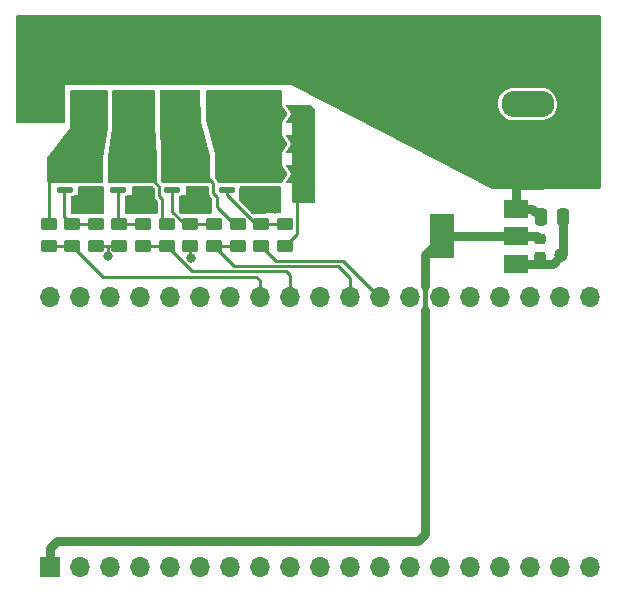
<source format=gbr>
%TF.GenerationSoftware,KiCad,Pcbnew,(6.0.0)*%
%TF.CreationDate,2022-01-02T06:53:01+08:00*%
%TF.ProjectId,NodeMCU-32S-RGBWA-LED-driver,4e6f6465-4d43-4552-9d33-32532d524742,1*%
%TF.SameCoordinates,PX68d6610PY3c42a2c*%
%TF.FileFunction,Copper,L1,Top*%
%TF.FilePolarity,Positive*%
%FSLAX46Y46*%
G04 Gerber Fmt 4.6, Leading zero omitted, Abs format (unit mm)*
G04 Created by KiCad (PCBNEW (6.0.0)) date 2022-01-02 06:53:01*
%MOMM*%
%LPD*%
G01*
G04 APERTURE LIST*
G04 Aperture macros list*
%AMRoundRect*
0 Rectangle with rounded corners*
0 $1 Rounding radius*
0 $2 $3 $4 $5 $6 $7 $8 $9 X,Y pos of 4 corners*
0 Add a 4 corners polygon primitive as box body*
4,1,4,$2,$3,$4,$5,$6,$7,$8,$9,$2,$3,0*
0 Add four circle primitives for the rounded corners*
1,1,$1+$1,$2,$3*
1,1,$1+$1,$4,$5*
1,1,$1+$1,$6,$7*
1,1,$1+$1,$8,$9*
0 Add four rect primitives between the rounded corners*
20,1,$1+$1,$2,$3,$4,$5,0*
20,1,$1+$1,$4,$5,$6,$7,0*
20,1,$1+$1,$6,$7,$8,$9,0*
20,1,$1+$1,$8,$9,$2,$3,0*%
%AMFreePoly0*
4,1,6,0.500000,-0.750000,-0.650000,-0.750000,-0.150000,0.000000,-0.650000,0.750000,0.500000,0.750000,0.500000,-0.750000,0.500000,-0.750000,$1*%
%AMFreePoly1*
4,1,6,1.000000,0.000000,0.500000,-0.750000,-0.500000,-0.750000,-0.500000,0.750000,0.500000,0.750000,1.000000,0.000000,1.000000,0.000000,$1*%
G04 Aperture macros list end*
%TA.AperFunction,ComponentPad*%
%ADD10R,1.700000X1.700000*%
%TD*%
%TA.AperFunction,ComponentPad*%
%ADD11O,1.700000X1.700000*%
%TD*%
%TA.AperFunction,SMDPad,CuDef*%
%ADD12RoundRect,0.250000X0.450000X-0.262500X0.450000X0.262500X-0.450000X0.262500X-0.450000X-0.262500X0*%
%TD*%
%TA.AperFunction,SMDPad,CuDef*%
%ADD13FreePoly0,0.000000*%
%TD*%
%TA.AperFunction,SMDPad,CuDef*%
%ADD14FreePoly1,0.000000*%
%TD*%
%TA.AperFunction,SMDPad,CuDef*%
%ADD15R,2.000000X3.800000*%
%TD*%
%TA.AperFunction,SMDPad,CuDef*%
%ADD16R,2.000000X1.500000*%
%TD*%
%TA.AperFunction,SMDPad,CuDef*%
%ADD17RoundRect,0.125000X-0.587500X-0.125000X0.587500X-0.125000X0.587500X0.125000X-0.587500X0.125000X0*%
%TD*%
%TA.AperFunction,SMDPad,CuDef*%
%ADD18RoundRect,0.225000X-0.250000X0.225000X-0.250000X-0.225000X0.250000X-0.225000X0.250000X0.225000X0*%
%TD*%
%TA.AperFunction,SMDPad,CuDef*%
%ADD19RoundRect,0.250000X-0.250000X-0.475000X0.250000X-0.475000X0.250000X0.475000X-0.250000X0.475000X0*%
%TD*%
%TA.AperFunction,ComponentPad*%
%ADD20R,2.100000X2.100000*%
%TD*%
%TA.AperFunction,ComponentPad*%
%ADD21C,2.100000*%
%TD*%
%TA.AperFunction,ComponentPad*%
%ADD22O,5.000000X2.500000*%
%TD*%
%TA.AperFunction,ComponentPad*%
%ADD23O,4.500000X2.250000*%
%TD*%
%TA.AperFunction,ViaPad*%
%ADD24C,0.800000*%
%TD*%
%TA.AperFunction,ViaPad*%
%ADD25C,1.200000*%
%TD*%
%TA.AperFunction,Conductor*%
%ADD26C,0.400000*%
%TD*%
%TA.AperFunction,Conductor*%
%ADD27C,0.800000*%
%TD*%
%TA.AperFunction,Conductor*%
%ADD28C,0.250000*%
%TD*%
G04 APERTURE END LIST*
D10*
%TO.P,U1,1,VDD3V3*%
%TO.N,+3V3*%
X2910000Y-46842500D03*
D11*
%TO.P,U1,2,~EN~*%
%TO.N,unconnected-(U1-Pad2)*%
X5450000Y-46842500D03*
%TO.P,U1,3,SVP*%
%TO.N,unconnected-(U1-Pad3)*%
X7990000Y-46842500D03*
%TO.P,U1,4,SVN*%
%TO.N,unconnected-(U1-Pad4)*%
X10530000Y-46842500D03*
%TO.P,U1,5,IO34*%
%TO.N,unconnected-(U1-Pad5)*%
X13070000Y-46842500D03*
%TO.P,U1,6,IO35*%
%TO.N,unconnected-(U1-Pad6)*%
X15610000Y-46842500D03*
%TO.P,U1,7,IO32*%
%TO.N,unconnected-(U1-Pad7)*%
X18150000Y-46842500D03*
%TO.P,U1,8,IO33*%
%TO.N,unconnected-(U1-Pad8)*%
X20690000Y-46842500D03*
%TO.P,U1,9,IO25*%
%TO.N,unconnected-(U1-Pad9)*%
X23230000Y-46842500D03*
%TO.P,U1,10,IO26*%
%TO.N,unconnected-(U1-Pad10)*%
X25770000Y-46842500D03*
%TO.P,U1,11,IO27*%
%TO.N,unconnected-(U1-Pad11)*%
X28310000Y-46842500D03*
%TO.P,U1,12,IO14*%
%TO.N,unconnected-(U1-Pad12)*%
X30850000Y-46842500D03*
%TO.P,U1,13,IO12*%
%TO.N,unconnected-(U1-Pad13)*%
X33390000Y-46842500D03*
%TO.P,U1,14,GND*%
%TO.N,GND*%
X35930000Y-46842500D03*
%TO.P,U1,15,IO13*%
%TO.N,unconnected-(U1-Pad15)*%
X38470000Y-46842500D03*
%TO.P,U1,16,SD2*%
%TO.N,unconnected-(U1-Pad16)*%
X41010000Y-46842500D03*
%TO.P,U1,17,SD3*%
%TO.N,unconnected-(U1-Pad17)*%
X43550000Y-46842500D03*
%TO.P,U1,18,CMD*%
%TO.N,unconnected-(U1-Pad18)*%
X46090000Y-46842500D03*
%TO.P,U1,19,VDD5V*%
%TO.N,unconnected-(U1-Pad19)*%
X48630000Y-46842500D03*
%TO.P,U1,20,CLK*%
%TO.N,unconnected-(U1-Pad20)*%
X48630000Y-23982500D03*
%TO.P,U1,21,SD0*%
%TO.N,unconnected-(U1-Pad21)*%
X46090000Y-23982500D03*
%TO.P,U1,22,SD1*%
%TO.N,unconnected-(U1-Pad22)*%
X43550000Y-23982500D03*
%TO.P,U1,23,IO15*%
%TO.N,unconnected-(U1-Pad23)*%
X41010000Y-23982500D03*
%TO.P,U1,24,IO2*%
%TO.N,unconnected-(U1-Pad24)*%
X38470000Y-23982500D03*
%TO.P,U1,25,IO0*%
%TO.N,unconnected-(U1-Pad25)*%
X35930000Y-23982500D03*
%TO.P,U1,26,IO4*%
%TO.N,unconnected-(U1-Pad26)*%
X33390000Y-23982500D03*
%TO.P,U1,27,IO16*%
%TO.N,Net-(R4-Pad1)*%
X30850000Y-23982500D03*
%TO.P,U1,28,IO17*%
%TO.N,Net-(R3-Pad1)*%
X28310000Y-23982500D03*
%TO.P,U1,29,IO5*%
%TO.N,unconnected-(U1-Pad29)*%
X25770000Y-23982500D03*
%TO.P,U1,30,IO18*%
%TO.N,Net-(R2-Pad1)*%
X23230000Y-23982500D03*
%TO.P,U1,31,IO19*%
%TO.N,Net-(R1-Pad1)*%
X20690000Y-23982500D03*
%TO.P,U1,32,GND*%
%TO.N,GND*%
X18150000Y-23982500D03*
%TO.P,U1,33,IO21*%
%TO.N,unconnected-(U1-Pad33)*%
X15610000Y-23982500D03*
%TO.P,U1,34,U0RX*%
%TO.N,unconnected-(U1-Pad34)*%
X13070000Y-23982500D03*
%TO.P,U1,35,U0TX*%
%TO.N,unconnected-(U1-Pad35)*%
X10530000Y-23982500D03*
%TO.P,U1,36,IO22*%
%TO.N,unconnected-(U1-Pad36)*%
X7990000Y-23982500D03*
%TO.P,U1,37,IO23*%
%TO.N,unconnected-(U1-Pad37)*%
X5450000Y-23982500D03*
%TO.P,U1,38,GND*%
%TO.N,GND*%
X2910000Y-23982500D03*
%TD*%
D12*
%TO.P,R6,1*%
%TO.N,Net-(R2-Pad1)*%
X12820000Y-19675000D03*
%TO.P,R6,2*%
%TO.N,/Red{slash}Dat*%
X12820000Y-17850000D03*
%TD*%
%TO.P,R11,1*%
%TO.N,GND*%
X22820000Y-19675000D03*
%TO.P,R11,2*%
%TO.N,Net-(Q4-Pad2)*%
X22820000Y-17850000D03*
%TD*%
D13*
%TO.P,JP3,2,B*%
%TO.N,GND*%
X23545000Y-13562500D03*
D14*
%TO.P,JP3,1,A*%
%TO.N,/Blue{slash}GND*%
X22095000Y-13562500D03*
%TD*%
D12*
%TO.P,R2,1*%
%TO.N,Net-(R2-Pad1)*%
X10820000Y-19675000D03*
%TO.P,R2,2*%
%TO.N,Net-(Q2-Pad2)*%
X10820000Y-17850000D03*
%TD*%
%TO.P,R7,1*%
%TO.N,Net-(R3-Pad1)*%
X18820000Y-19675000D03*
%TO.P,R7,2*%
%TO.N,/Green*%
X18820000Y-17850000D03*
%TD*%
D13*
%TO.P,JP2,2,B*%
%TO.N,GND*%
X23545000Y-11012500D03*
D14*
%TO.P,JP2,1,A*%
%TO.N,/Blue{slash}GND*%
X22095000Y-11012500D03*
%TD*%
D15*
%TO.P,U2,2,VO*%
%TO.N,+3V3*%
X36120000Y-18862500D03*
D16*
X42420000Y-18862500D03*
%TO.P,U2,3,VI*%
%TO.N,VDD*%
X42420000Y-16562500D03*
%TO.P,U2,1,GND*%
%TO.N,GND*%
X42420000Y-21162500D03*
%TD*%
D12*
%TO.P,R5,1*%
%TO.N,Net-(R1-Pad1)*%
X2820000Y-19675000D03*
%TO.P,R5,2*%
%TO.N,/White{slash}Clk*%
X2820000Y-17850000D03*
%TD*%
%TO.P,R4,1*%
%TO.N,Net-(R4-Pad1)*%
X20820000Y-19675000D03*
%TO.P,R4,2*%
%TO.N,Net-(Q4-Pad2)*%
X20820000Y-17850000D03*
%TD*%
%TO.P,R3,1*%
%TO.N,Net-(R3-Pad1)*%
X16820000Y-19675000D03*
%TO.P,R3,2*%
%TO.N,Net-(Q3-Pad2)*%
X16820000Y-17850000D03*
%TD*%
D17*
%TO.P,Q1,1,D*%
%TO.N,/White{slash}Clk*%
X4182500Y-13012500D03*
X6457500Y-13962500D03*
X6457500Y-13012500D03*
X4182500Y-13962500D03*
%TO.P,Q1,2,G*%
%TO.N,Net-(Q1-Pad2)*%
X4182500Y-14912500D03*
%TO.P,Q1,3,S*%
%TO.N,GND*%
X6457500Y-14912500D03*
%TD*%
D12*
%TO.P,R8,1*%
%TO.N,GND*%
X6820000Y-19675000D03*
%TO.P,R8,2*%
%TO.N,Net-(Q1-Pad2)*%
X6820000Y-17850000D03*
%TD*%
D17*
%TO.P,Q2,1,D*%
%TO.N,/Red{slash}Dat*%
X8732500Y-13012500D03*
X11007500Y-13962500D03*
X11007500Y-13012500D03*
X8732500Y-13962500D03*
%TO.P,Q2,2,G*%
%TO.N,Net-(Q2-Pad2)*%
X8732500Y-14912500D03*
%TO.P,Q2,3,S*%
%TO.N,GND*%
X11007500Y-14912500D03*
%TD*%
%TO.P,Q4,1,D*%
%TO.N,/Blue{slash}GND*%
X17882500Y-13012500D03*
X20157500Y-13962500D03*
X20157500Y-13012500D03*
X17882500Y-13962500D03*
%TO.P,Q4,2,G*%
%TO.N,Net-(Q4-Pad2)*%
X17882500Y-14912500D03*
%TO.P,Q4,3,S*%
%TO.N,GND*%
X20157500Y-14912500D03*
%TD*%
D13*
%TO.P,JP1,2,B*%
%TO.N,GND*%
X23545000Y-8462500D03*
D14*
%TO.P,JP1,1,A*%
%TO.N,/Blue{slash}GND*%
X22095000Y-8462500D03*
%TD*%
D12*
%TO.P,R9,1*%
%TO.N,GND*%
X8820000Y-19675000D03*
%TO.P,R9,2*%
%TO.N,Net-(Q2-Pad2)*%
X8820000Y-17850000D03*
%TD*%
D18*
%TO.P,C2,1*%
%TO.N,+3V3*%
X44420000Y-19087500D03*
%TO.P,C2,2*%
%TO.N,GND*%
X44420000Y-20637500D03*
%TD*%
D17*
%TO.P,Q3,1,D*%
%TO.N,/Green*%
X13282500Y-13012500D03*
X15557500Y-13962500D03*
X15557500Y-13012500D03*
X13282500Y-13962500D03*
%TO.P,Q3,2,G*%
%TO.N,Net-(Q3-Pad2)*%
X13282500Y-14912500D03*
%TO.P,Q3,3,S*%
%TO.N,GND*%
X15557500Y-14912500D03*
%TD*%
D19*
%TO.P,C1,1*%
%TO.N,VDD*%
X44470000Y-17262500D03*
%TO.P,C1,2*%
%TO.N,GND*%
X46370000Y-17262500D03*
%TD*%
D12*
%TO.P,R1,1*%
%TO.N,Net-(R1-Pad1)*%
X4820000Y-19675000D03*
%TO.P,R1,2*%
%TO.N,Net-(Q1-Pad2)*%
X4820000Y-17850000D03*
%TD*%
%TO.P,R10,1*%
%TO.N,GND*%
X14820000Y-19675000D03*
%TO.P,R10,2*%
%TO.N,Net-(Q3-Pad2)*%
X14820000Y-17850000D03*
%TD*%
D20*
%TO.P,J2,1,V_OUT*%
%TO.N,VDD*%
X2300000Y-8000000D03*
D21*
%TO.P,J2,2,WHITE*%
%TO.N,/White{slash}Clk*%
X6110000Y-8000000D03*
%TO.P,J2,3,RED*%
%TO.N,/Red{slash}Dat*%
X9920000Y-8000000D03*
%TO.P,J2,4,GREEN*%
%TO.N,/Green*%
X13730000Y-8000000D03*
%TO.P,J2,5,BLUE*%
%TO.N,/Blue{slash}GND*%
X17540000Y-8000000D03*
%TD*%
D22*
%TO.P,J1,1*%
%TO.N,VDD*%
X43370000Y-13650000D03*
D23*
%TO.P,J1,2*%
%TO.N,GND*%
X43370000Y-7650000D03*
%TD*%
D24*
%TO.N,GND*%
X16020000Y-15762500D03*
X6070000Y-16562500D03*
X24920000Y-9348214D03*
X24920000Y-14526784D03*
X23920000Y-15512500D03*
X20270000Y-16562500D03*
X21970000Y-16562500D03*
X6920000Y-15762500D03*
X24920000Y-11419642D03*
X16020000Y-16562500D03*
X6920000Y-16562500D03*
X21120000Y-16562500D03*
X20270000Y-15762500D03*
X24920000Y-13491070D03*
X10620000Y-15762500D03*
X10620000Y-16562500D03*
X24920000Y-15562500D03*
X7820000Y-20512500D03*
X14851049Y-20681451D03*
X24920000Y-10383928D03*
D25*
X46220000Y-20462500D03*
D24*
X19420000Y-15762500D03*
X15170000Y-16562500D03*
X21520000Y-15012500D03*
X24920000Y-12455356D03*
X11470000Y-15762500D03*
X5220000Y-15762500D03*
X9770000Y-15762500D03*
X5220000Y-16562500D03*
X24920000Y-8312500D03*
X11470000Y-16562500D03*
X15170000Y-15762500D03*
X21970000Y-15762500D03*
X14320000Y-15762500D03*
X21120000Y-15762500D03*
X9770000Y-16562500D03*
X6070000Y-15762500D03*
X14320000Y-16562500D03*
%TD*%
D26*
%TO.N,+3V3*%
X34700000Y-23092500D02*
X34670000Y-23122500D01*
X34670000Y-23122500D02*
X34670000Y-25072500D01*
D27*
X3510000Y-44632500D02*
X2910000Y-45232500D01*
X34080000Y-44632500D02*
X3510000Y-44632500D01*
X34670000Y-44042500D02*
X34080000Y-44632500D01*
X34670000Y-25072500D02*
X34670000Y-44042500D01*
X2910000Y-45232500D02*
X2910000Y-46842500D01*
X36120000Y-18982500D02*
X36120000Y-18862500D01*
X34700000Y-20402500D02*
X36120000Y-18982500D01*
X34700000Y-23092500D02*
X34700000Y-20402500D01*
D28*
X34700000Y-23092500D02*
X34700000Y-21272500D01*
D26*
X34700000Y-21272500D02*
X34660000Y-21312500D01*
D27*
%TO.N,VDD*%
X43420000Y-12650000D02*
X44670000Y-12650000D01*
X43770000Y-16562500D02*
X44470000Y-17262500D01*
X43420000Y-12650000D02*
X42420000Y-13650000D01*
X42420000Y-16562500D02*
X43770000Y-16562500D01*
X42420000Y-13650000D02*
X42420000Y-16562500D01*
D28*
%TO.N,GND*%
X6820000Y-19675000D02*
X7732500Y-19675000D01*
D27*
X46370000Y-20312500D02*
X46220000Y-20462500D01*
X44520000Y-21162500D02*
X45520000Y-21162500D01*
X44420000Y-20637500D02*
X44420000Y-21062500D01*
D28*
X23844520Y-15587980D02*
X23920000Y-15512500D01*
D27*
X45520000Y-21162500D02*
X46220000Y-20462500D01*
D28*
X23844520Y-18650480D02*
X23844520Y-15587980D01*
D27*
X46370000Y-17262500D02*
X46370000Y-20312500D01*
D28*
X14820000Y-20650402D02*
X14820000Y-19675000D01*
X22820000Y-19675000D02*
X23844520Y-18650480D01*
X7732500Y-19675000D02*
X8820000Y-19675000D01*
X7820000Y-19762500D02*
X7732500Y-19675000D01*
X14851049Y-20681451D02*
X14820000Y-20650402D01*
X7820000Y-20512500D02*
X7820000Y-19762500D01*
D27*
X42420000Y-21162500D02*
X44520000Y-21162500D01*
X44420000Y-21062500D02*
X44520000Y-21162500D01*
%TO.N,+3V3*%
X42420000Y-18862500D02*
X36120000Y-18862500D01*
X44195000Y-18862500D02*
X44420000Y-19087500D01*
X42420000Y-18862500D02*
X44195000Y-18862500D01*
D28*
%TO.N,Net-(Q1-Pad2)*%
X4120000Y-14975000D02*
X4120000Y-17212500D01*
X4820000Y-17850000D02*
X6820000Y-17850000D01*
X4757500Y-17850000D02*
X4820000Y-17850000D01*
X4182500Y-14912500D02*
X4120000Y-14975000D01*
X4120000Y-17212500D02*
X4757500Y-17850000D01*
%TO.N,Net-(Q3-Pad2)*%
X13282500Y-16787507D02*
X13282500Y-14912500D01*
X14820000Y-17850000D02*
X14344993Y-17850000D01*
X14344993Y-17850000D02*
X13282500Y-16787507D01*
X14820000Y-17850000D02*
X16820000Y-17850000D01*
%TO.N,Net-(Q4-Pad2)*%
X22820000Y-17850000D02*
X20820000Y-17850000D01*
X20820000Y-17850000D02*
X20344993Y-17850000D01*
X17882500Y-15387507D02*
X17882500Y-14912500D01*
X20344993Y-17850000D02*
X17882500Y-15387507D01*
%TO.N,Net-(Q2-Pad2)*%
X8732500Y-14912500D02*
X8732500Y-17762500D01*
X8820000Y-17850000D02*
X10820000Y-17850000D01*
X8732500Y-17762500D02*
X8820000Y-17850000D01*
%TO.N,/White{slash}Clk*%
X3120000Y-13962500D02*
X4182500Y-13962500D01*
X2820000Y-14262500D02*
X3120000Y-13962500D01*
X2820000Y-17850000D02*
X2820000Y-14262500D01*
%TO.N,/Red{slash}Dat*%
X12170000Y-14612500D02*
X11520000Y-13962500D01*
X11520000Y-13962500D02*
X11007500Y-13962500D01*
X12420000Y-15687886D02*
X12170000Y-15437886D01*
X12170000Y-15437886D02*
X12170000Y-14612500D01*
X12420000Y-17450000D02*
X12420000Y-15687886D01*
X12820000Y-17850000D02*
X12420000Y-17450000D01*
%TO.N,/Green*%
X16770000Y-15162500D02*
X17095000Y-15487500D01*
X16370000Y-13962500D02*
X16770000Y-14362500D01*
X17095000Y-16387500D02*
X18557500Y-17850000D01*
X16770000Y-14362500D02*
X16770000Y-15162500D01*
X18557500Y-17850000D02*
X18820000Y-17850000D01*
X15557500Y-13962500D02*
X16370000Y-13962500D01*
X17095000Y-15487500D02*
X17095000Y-16387500D01*
%TO.N,Net-(R1-Pad1)*%
X20690000Y-22532500D02*
X20418560Y-22261060D01*
X20690000Y-23982500D02*
X20690000Y-22532500D01*
X2820000Y-19675000D02*
X4820000Y-19675000D01*
X20418560Y-22261060D02*
X7406060Y-22261060D01*
X7406060Y-22261060D02*
X4820000Y-19675000D01*
%TO.N,Net-(R2-Pad1)*%
X23230000Y-23442500D02*
X23230000Y-22122500D01*
X14956540Y-21811540D02*
X12820000Y-19675000D01*
X10820000Y-19675000D02*
X12820000Y-19675000D01*
X22919040Y-21811540D02*
X14956540Y-21811540D01*
X23230000Y-22122500D02*
X22919040Y-21811540D01*
%TO.N,Net-(R3-Pad1)*%
X28310000Y-23982500D02*
X28310000Y-22352500D01*
X18507020Y-21362020D02*
X16820000Y-19675000D01*
X28310000Y-22352500D02*
X27319520Y-21362020D01*
X18820000Y-19675000D02*
X16820000Y-19675000D01*
X27319520Y-21362020D02*
X18507020Y-21362020D01*
%TO.N,Net-(R4-Pad1)*%
X22057500Y-20912500D02*
X20820000Y-19675000D01*
X30580000Y-23712500D02*
X27780000Y-20912500D01*
X27780000Y-20912500D02*
X22057500Y-20912500D01*
%TD*%
%TA.AperFunction,Conductor*%
%TO.N,/White{slash}Clk*%
G36*
X7762121Y-6482502D02*
G01*
X7808614Y-6536158D01*
X7820000Y-6588500D01*
X7820000Y-9652864D01*
X7818535Y-9672022D01*
X7420000Y-12262500D01*
X7420000Y-14186500D01*
X7399998Y-14254621D01*
X7346342Y-14301114D01*
X7294000Y-14312500D01*
X2796000Y-14312500D01*
X2727879Y-14292498D01*
X2681386Y-14238842D01*
X2670000Y-14186500D01*
X2670000Y-12304500D01*
X2690002Y-12236379D01*
X2695200Y-12228900D01*
X4609130Y-9676993D01*
X4620000Y-9662500D01*
X4620000Y-6588500D01*
X4640002Y-6520379D01*
X4693658Y-6473886D01*
X4746000Y-6462500D01*
X7694000Y-6462500D01*
X7762121Y-6482502D01*
G37*
%TD.AperFunction*%
%TD*%
%TA.AperFunction,Conductor*%
%TO.N,GND*%
G36*
X16332621Y-14632502D02*
G01*
X16379114Y-14686158D01*
X16390500Y-14738500D01*
X16390500Y-15108580D01*
X16387951Y-15132528D01*
X16387872Y-15134193D01*
X16385680Y-15144376D01*
X16386904Y-15154717D01*
X16389627Y-15177723D01*
X16389977Y-15183654D01*
X16390072Y-15183646D01*
X16390500Y-15188824D01*
X16390500Y-15194024D01*
X16391354Y-15199153D01*
X16391354Y-15199156D01*
X16393669Y-15213065D01*
X16394506Y-15218943D01*
X16400530Y-15269841D01*
X16404493Y-15278093D01*
X16405996Y-15287126D01*
X16410943Y-15296295D01*
X16410944Y-15296297D01*
X16430334Y-15332232D01*
X16433031Y-15337525D01*
X16451785Y-15376582D01*
X16451788Y-15376586D01*
X16455219Y-15383732D01*
X16458814Y-15388008D01*
X16460737Y-15389931D01*
X16462509Y-15391863D01*
X16462552Y-15391942D01*
X16462428Y-15392055D01*
X16462904Y-15392595D01*
X16465990Y-15398314D01*
X16473635Y-15405381D01*
X16505586Y-15434916D01*
X16509152Y-15438346D01*
X16583095Y-15512289D01*
X16617121Y-15574601D01*
X16620000Y-15601384D01*
X16620000Y-16836500D01*
X16599998Y-16904621D01*
X16546342Y-16951114D01*
X16494000Y-16962500D01*
X14046377Y-16962500D01*
X13978256Y-16942498D01*
X13957282Y-16925595D01*
X13856905Y-16825218D01*
X13822879Y-16762906D01*
X13820000Y-16736123D01*
X13820000Y-15538464D01*
X13840002Y-15470343D01*
X13893658Y-15423850D01*
X13927642Y-15413809D01*
X13980561Y-15406019D01*
X14042931Y-15375397D01*
X14098462Y-15362500D01*
X14420000Y-15362500D01*
X14420000Y-14738500D01*
X14440002Y-14670379D01*
X14493658Y-14623886D01*
X14546000Y-14612500D01*
X16264500Y-14612500D01*
X16332621Y-14632502D01*
G37*
%TD.AperFunction*%
%TD*%
%TA.AperFunction,Conductor*%
%TO.N,GND*%
G36*
X24944889Y-7732502D02*
G01*
X24954125Y-7739042D01*
X25321357Y-8024667D01*
X25362848Y-8082277D01*
X25370000Y-8124125D01*
X25370000Y-15886500D01*
X25349998Y-15954621D01*
X25296342Y-16001114D01*
X25244000Y-16012500D01*
X23546000Y-16012500D01*
X23477879Y-15992498D01*
X23431386Y-15938842D01*
X23420000Y-15886500D01*
X23420000Y-7838500D01*
X23440002Y-7770379D01*
X23493658Y-7723886D01*
X23546000Y-7712500D01*
X24876768Y-7712500D01*
X24944889Y-7732502D01*
G37*
%TD.AperFunction*%
%TD*%
%TA.AperFunction,Conductor*%
%TO.N,/Green*%
G36*
X15613221Y-6482502D02*
G01*
X15659714Y-6536158D01*
X15671095Y-6587395D01*
X15694118Y-9212500D01*
X16505445Y-12061392D01*
X16515182Y-12095582D01*
X16520000Y-12130093D01*
X16520000Y-14186500D01*
X16499998Y-14254621D01*
X16446342Y-14301114D01*
X16394000Y-14312500D01*
X12458885Y-14312500D01*
X12390764Y-14292498D01*
X12369790Y-14275595D01*
X12356905Y-14262710D01*
X12322879Y-14200398D01*
X12320000Y-14173615D01*
X12320000Y-12062500D01*
X12220080Y-9264740D01*
X12220000Y-9260243D01*
X12220000Y-6588500D01*
X12240002Y-6520379D01*
X12293658Y-6473886D01*
X12346000Y-6462500D01*
X15545100Y-6462500D01*
X15613221Y-6482502D01*
G37*
%TD.AperFunction*%
%TD*%
%TA.AperFunction,Conductor*%
%TO.N,/Red{slash}Dat*%
G36*
X11762121Y-6482502D02*
G01*
X11808614Y-6536158D01*
X11820000Y-6588500D01*
X11820000Y-9462500D01*
X12019680Y-12258020D01*
X12020000Y-12266997D01*
X12020000Y-14186500D01*
X11999998Y-14254621D01*
X11946342Y-14301114D01*
X11894000Y-14312500D01*
X7946000Y-14312500D01*
X7877879Y-14292498D01*
X7831386Y-14238842D01*
X7820000Y-14186500D01*
X7820000Y-12174153D01*
X7821580Y-12154259D01*
X8219213Y-9667425D01*
X8219213Y-9667419D01*
X8220000Y-9662500D01*
X8220000Y-6588500D01*
X8240002Y-6520379D01*
X8293658Y-6473886D01*
X8346000Y-6462500D01*
X11694000Y-6462500D01*
X11762121Y-6482502D01*
G37*
%TD.AperFunction*%
%TD*%
%TA.AperFunction,Conductor*%
%TO.N,/Blue{slash}GND*%
G36*
X22512121Y-6482502D02*
G01*
X22558614Y-6536158D01*
X22570000Y-6588500D01*
X22570000Y-14186500D01*
X22549998Y-14254621D01*
X22496342Y-14301114D01*
X22444000Y-14312500D01*
X21170000Y-14312500D01*
X21170000Y-12262500D01*
X19020000Y-6462500D01*
X22444000Y-6462500D01*
X22512121Y-6482502D01*
G37*
%TD.AperFunction*%
%TD*%
%TA.AperFunction,Conductor*%
%TO.N,GND*%
G36*
X7462121Y-14632502D02*
G01*
X7508614Y-14686158D01*
X7520000Y-14738500D01*
X7520000Y-16836500D01*
X7499998Y-16904621D01*
X7446342Y-16951114D01*
X7394000Y-16962500D01*
X4846000Y-16962500D01*
X4777879Y-16942498D01*
X4731386Y-16888842D01*
X4720000Y-16836500D01*
X4720000Y-15538464D01*
X4740002Y-15470343D01*
X4793658Y-15423850D01*
X4827642Y-15413809D01*
X4880561Y-15406019D01*
X4942931Y-15375397D01*
X4998462Y-15362500D01*
X5320000Y-15362500D01*
X5320000Y-14738500D01*
X5340002Y-14670379D01*
X5393658Y-14623886D01*
X5446000Y-14612500D01*
X7394000Y-14612500D01*
X7462121Y-14632502D01*
G37*
%TD.AperFunction*%
%TD*%
%TA.AperFunction,Conductor*%
%TO.N,GND*%
G36*
X22412121Y-14632502D02*
G01*
X22458614Y-14686158D01*
X22470000Y-14738500D01*
X22470000Y-16789045D01*
X22449998Y-16857166D01*
X22396342Y-16903659D01*
X22346571Y-16915019D01*
X20075431Y-16961369D01*
X20006917Y-16942761D01*
X19981718Y-16922395D01*
X19004857Y-15899017D01*
X18972290Y-15835931D01*
X18970000Y-15812017D01*
X18970000Y-14738500D01*
X18990002Y-14670379D01*
X19043658Y-14623886D01*
X19096000Y-14612500D01*
X22344000Y-14612500D01*
X22412121Y-14632502D01*
G37*
%TD.AperFunction*%
%TD*%
%TA.AperFunction,Conductor*%
%TO.N,GND*%
G36*
X11649237Y-14632502D02*
G01*
X11670211Y-14649405D01*
X11753595Y-14732789D01*
X11787621Y-14795101D01*
X11790500Y-14821884D01*
X11790500Y-15383966D01*
X11787951Y-15407914D01*
X11787872Y-15409579D01*
X11785680Y-15419762D01*
X11786904Y-15430103D01*
X11789627Y-15453109D01*
X11789977Y-15459040D01*
X11790072Y-15459032D01*
X11790500Y-15464210D01*
X11790500Y-15469410D01*
X11791354Y-15474539D01*
X11791354Y-15474542D01*
X11793669Y-15488451D01*
X11794506Y-15494329D01*
X11800530Y-15545227D01*
X11804493Y-15553479D01*
X11805996Y-15562512D01*
X11810943Y-15571681D01*
X11810944Y-15571683D01*
X11830334Y-15607618D01*
X11833031Y-15612911D01*
X11851785Y-15651968D01*
X11851788Y-15651972D01*
X11855219Y-15659118D01*
X11858814Y-15663394D01*
X11860737Y-15665317D01*
X11862509Y-15667249D01*
X11862552Y-15667328D01*
X11862428Y-15667441D01*
X11862904Y-15667981D01*
X11865990Y-15673700D01*
X11873635Y-15680767D01*
X11905586Y-15710302D01*
X11909152Y-15713732D01*
X12003595Y-15808175D01*
X12037621Y-15870487D01*
X12040500Y-15897270D01*
X12040500Y-16836500D01*
X12020498Y-16904621D01*
X11966842Y-16951114D01*
X11914500Y-16962500D01*
X9396000Y-16962500D01*
X9327879Y-16942498D01*
X9281386Y-16888842D01*
X9270000Y-16836500D01*
X9270000Y-15538464D01*
X9290002Y-15470343D01*
X9343658Y-15423850D01*
X9377642Y-15413809D01*
X9430561Y-15406019D01*
X9492931Y-15375397D01*
X9548462Y-15362500D01*
X9870000Y-15362500D01*
X9870000Y-14738500D01*
X9890002Y-14670379D01*
X9943658Y-14623886D01*
X9996000Y-14612500D01*
X11581116Y-14612500D01*
X11649237Y-14632502D01*
G37*
%TD.AperFunction*%
%TD*%
%TA.AperFunction,Conductor*%
%TO.N,/Blue{slash}GND*%
G36*
X21170000Y-12262500D02*
G01*
X21170000Y-14312500D01*
X17247788Y-14312500D01*
X17179667Y-14292498D01*
X17134401Y-14240258D01*
X17134004Y-14237874D01*
X17129359Y-14229265D01*
X17129356Y-14229258D01*
X17109652Y-14192740D01*
X17106957Y-14187451D01*
X17088212Y-14148415D01*
X17084780Y-14141268D01*
X17081186Y-14136992D01*
X17079246Y-14135052D01*
X17077493Y-14133141D01*
X17077444Y-14133051D01*
X17077567Y-14132939D01*
X17077095Y-14132404D01*
X17074010Y-14126686D01*
X17034413Y-14090083D01*
X17030848Y-14086654D01*
X16956905Y-14012711D01*
X16922879Y-13950399D01*
X16920000Y-13923616D01*
X16920000Y-11862500D01*
X16124537Y-8978946D01*
X16120000Y-8945440D01*
X16120000Y-6588500D01*
X16140002Y-6520379D01*
X16193658Y-6473886D01*
X16246000Y-6462500D01*
X19020000Y-6462500D01*
X21170000Y-12262500D01*
G37*
%TD.AperFunction*%
%TD*%
%TA.AperFunction,Conductor*%
%TO.N,VDD*%
G36*
X49508121Y-136502D02*
G01*
X49554614Y-190158D01*
X49566000Y-242500D01*
X49566000Y-14736500D01*
X49545998Y-14804621D01*
X49492342Y-14851114D01*
X49440000Y-14862500D01*
X40450598Y-14862500D01*
X40392809Y-14848466D01*
X26319422Y-7584782D01*
X40862049Y-7584782D01*
X40862249Y-7590111D01*
X40862249Y-7590113D01*
X40866170Y-7694543D01*
X40870832Y-7818727D01*
X40918906Y-8047847D01*
X40920863Y-8052803D01*
X40920865Y-8052809D01*
X40989811Y-8227389D01*
X41004898Y-8265592D01*
X41007665Y-8270151D01*
X41007666Y-8270154D01*
X41041741Y-8326307D01*
X41126348Y-8465735D01*
X41129845Y-8469765D01*
X41253113Y-8611819D01*
X41279783Y-8642554D01*
X41283914Y-8645941D01*
X41456689Y-8787609D01*
X41456695Y-8787613D01*
X41460817Y-8790993D01*
X41664274Y-8906807D01*
X41884335Y-8986685D01*
X41889584Y-8987634D01*
X41889587Y-8987635D01*
X42110624Y-9027606D01*
X42110632Y-9027607D01*
X42114708Y-9028344D01*
X42132115Y-9029165D01*
X42137734Y-9029430D01*
X42137743Y-9029430D01*
X42139223Y-9029500D01*
X44553786Y-9029500D01*
X44728272Y-9014695D01*
X44733436Y-9013355D01*
X44733440Y-9013354D01*
X44949708Y-8957221D01*
X44949712Y-8957219D01*
X44954873Y-8955880D01*
X45051826Y-8912206D01*
X45163464Y-8861917D01*
X45163467Y-8861916D01*
X45168325Y-8859727D01*
X45362525Y-8728984D01*
X45453128Y-8642554D01*
X45528055Y-8571077D01*
X45531920Y-8567390D01*
X45671666Y-8379564D01*
X45777768Y-8170878D01*
X45847191Y-7947298D01*
X45857259Y-7871338D01*
X45877251Y-7720502D01*
X45877251Y-7720498D01*
X45877951Y-7715218D01*
X45877267Y-7696984D01*
X45869368Y-7486604D01*
X45869168Y-7481273D01*
X45821094Y-7252153D01*
X45819137Y-7247197D01*
X45819135Y-7247191D01*
X45737063Y-7039373D01*
X45737062Y-7039371D01*
X45735102Y-7034408D01*
X45613652Y-6834265D01*
X45525441Y-6732610D01*
X45463717Y-6661479D01*
X45463715Y-6661477D01*
X45460217Y-6657446D01*
X45359298Y-6574697D01*
X45283311Y-6512391D01*
X45283305Y-6512387D01*
X45279183Y-6509007D01*
X45075726Y-6393193D01*
X44855665Y-6313315D01*
X44850416Y-6312366D01*
X44850413Y-6312365D01*
X44629376Y-6272394D01*
X44629368Y-6272393D01*
X44625292Y-6271656D01*
X44607885Y-6270835D01*
X44602266Y-6270570D01*
X44602257Y-6270570D01*
X44600777Y-6270500D01*
X42186214Y-6270500D01*
X42011728Y-6285305D01*
X42006564Y-6286645D01*
X42006560Y-6286646D01*
X41790292Y-6342779D01*
X41790288Y-6342781D01*
X41785127Y-6344120D01*
X41780261Y-6346312D01*
X41576536Y-6438083D01*
X41576533Y-6438084D01*
X41571675Y-6440273D01*
X41377475Y-6571016D01*
X41373618Y-6574695D01*
X41373616Y-6574697D01*
X41282645Y-6661479D01*
X41208080Y-6732610D01*
X41068334Y-6920436D01*
X40962232Y-7129122D01*
X40892809Y-7352702D01*
X40892108Y-7357989D01*
X40892108Y-7357990D01*
X40866377Y-7552130D01*
X40862049Y-7584782D01*
X26319422Y-7584782D01*
X23383401Y-6069416D01*
X23383399Y-6069415D01*
X23370000Y-6062500D01*
X4220000Y-6062500D01*
X4220000Y-9136500D01*
X4199998Y-9204621D01*
X4146342Y-9251114D01*
X4094000Y-9262500D01*
X200000Y-9262500D01*
X131879Y-9242498D01*
X85386Y-9188842D01*
X74000Y-9136500D01*
X74000Y-242500D01*
X94002Y-174379D01*
X147658Y-127886D01*
X200000Y-116500D01*
X49440000Y-116500D01*
X49508121Y-136502D01*
G37*
%TD.AperFunction*%
%TD*%
M02*

</source>
